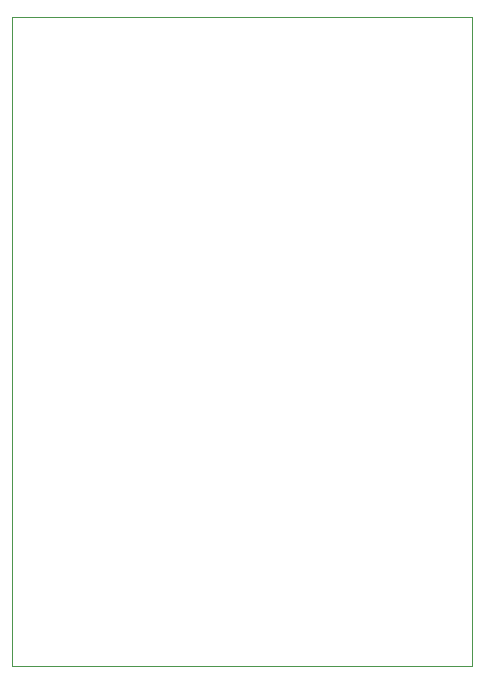
<source format=gbr>
G04 #@! TF.GenerationSoftware,KiCad,Pcbnew,(5.1.9)-1*
G04 #@! TF.CreationDate,2024-02-11T16:08:01+01:00*
G04 #@! TF.ProjectId,tiny_dt_0,74696e79-5f64-4745-9f30-2e6b69636164,rev?*
G04 #@! TF.SameCoordinates,Original*
G04 #@! TF.FileFunction,Profile,NP*
%FSLAX46Y46*%
G04 Gerber Fmt 4.6, Leading zero omitted, Abs format (unit mm)*
G04 Created by KiCad (PCBNEW (5.1.9)-1) date 2024-02-11 16:08:01*
%MOMM*%
%LPD*%
G01*
G04 APERTURE LIST*
G04 #@! TA.AperFunction,Profile*
%ADD10C,0.050000*%
G04 #@! TD*
G04 APERTURE END LIST*
D10*
X183000000Y-109000000D02*
X183000000Y-54000000D01*
X222000000Y-109000000D02*
X183000000Y-109000000D01*
X222000000Y-54000000D02*
X222000000Y-109000000D01*
X183000000Y-54000000D02*
X222000000Y-54000000D01*
M02*

</source>
